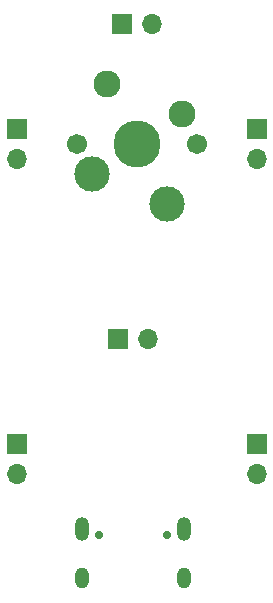
<source format=gbr>
%TF.GenerationSoftware,KiCad,Pcbnew,7.0.6*%
%TF.CreationDate,2023-08-06T17:13:19+10:00*%
%TF.ProjectId,single-key-keyboard,73696e67-6c65-42d6-9b65-792d6b657962,rev?*%
%TF.SameCoordinates,Original*%
%TF.FileFunction,Soldermask,Bot*%
%TF.FilePolarity,Negative*%
%FSLAX46Y46*%
G04 Gerber Fmt 4.6, Leading zero omitted, Abs format (unit mm)*
G04 Created by KiCad (PCBNEW 7.0.6) date 2023-08-06 17:13:19*
%MOMM*%
%LPD*%
G01*
G04 APERTURE LIST*
%ADD10R,1.700000X1.700000*%
%ADD11O,1.700000X1.700000*%
%ADD12C,3.000000*%
%ADD13C,2.286000*%
%ADD14C,3.987800*%
%ADD15C,1.701800*%
%ADD16C,0.700000*%
%ADD17O,1.200000X2.000000*%
%ADD18O,1.200000X1.800000*%
G04 APERTURE END LIST*
D10*
%TO.C,TP7*%
X151130000Y-97790000D03*
D11*
X151130000Y-100330000D03*
%TD*%
D10*
%TO.C,TP5*%
X139700000Y-88900000D03*
D11*
X142240000Y-88900000D03*
%TD*%
D10*
%TO.C,TP1*%
X130810000Y-97790000D03*
D11*
X130810000Y-100330000D03*
%TD*%
D10*
%TO.C,TP4*%
X151130000Y-124460000D03*
D11*
X151130000Y-127000000D03*
%TD*%
D10*
%TO.C,TP3*%
X130810000Y-124460000D03*
D11*
X130810000Y-127000000D03*
%TD*%
D10*
%TO.C,TP2*%
X139440000Y-115570000D03*
D11*
X141980000Y-115570000D03*
%TD*%
D12*
%TO.C,SW1*%
X143530000Y-104140000D03*
X137180000Y-101600000D03*
D13*
X138450000Y-93980000D03*
D14*
X140990000Y-99060000D03*
D13*
X144800000Y-96520000D03*
D15*
X135910000Y-99060000D03*
X146070000Y-99060000D03*
%TD*%
D16*
%TO.C,P1*%
X143540000Y-132115000D03*
X137760000Y-132115000D03*
D17*
X136330000Y-131585000D03*
X144970000Y-131585000D03*
D18*
X136330000Y-135765000D03*
X144970000Y-135765000D03*
%TD*%
M02*

</source>
